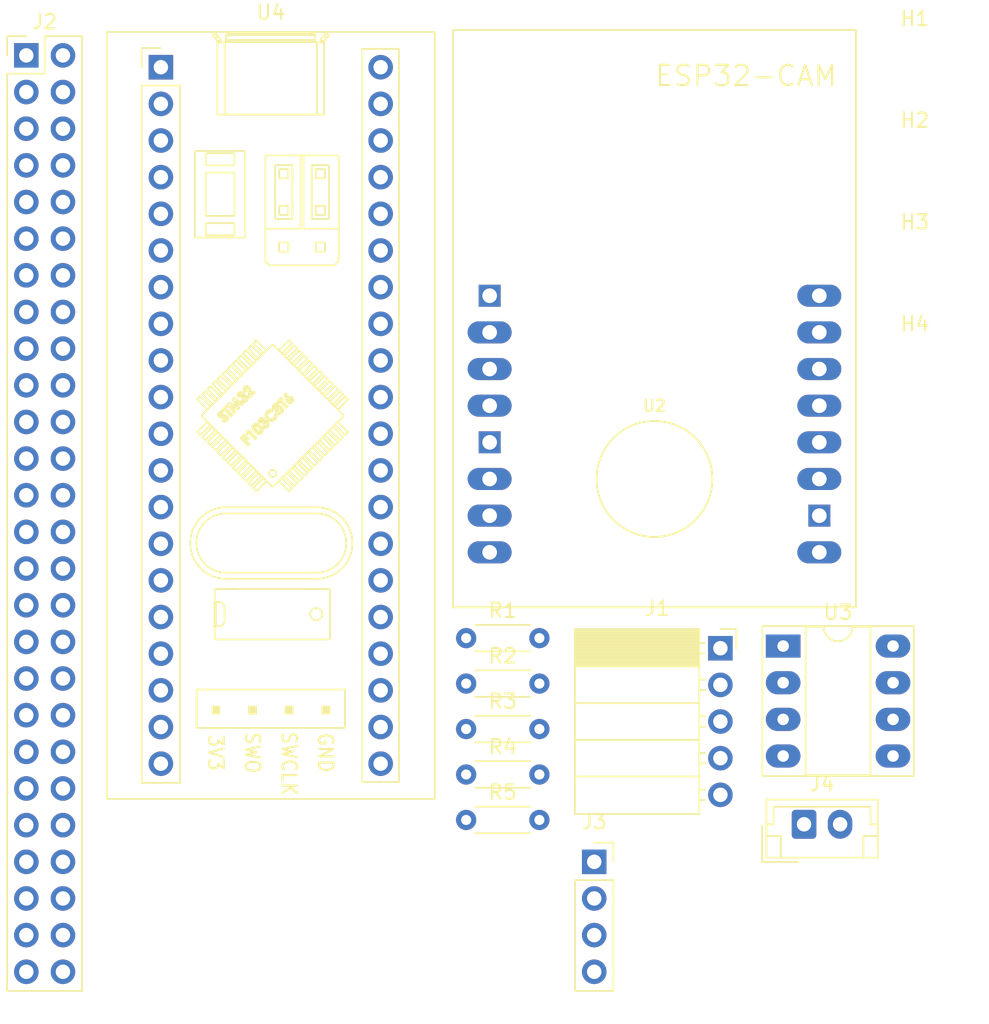
<source format=kicad_pcb>
(kicad_pcb (version 20240108) (generator "pcbnew") (generator_version "8.0")
  (layers (0 "F.Cu" signal) (31 "B.Cu" signal) (34 "B.Paste" user) (35 "F.Paste" user) (36 "B.SilkS" user "B.Silkscreen") (37 "F.SilkS" user "F.Silkscreen") (38 "B.Mask" user) (39 "F.Mask" user) (44 "Edge.Cuts" user))
  (net 0 "")
  (net 1 "Dec")
  (net 2 "+3.3V")
  (net 3 "GND")
  (net 4 "ANT")
  (net 7 "SDA_1")
  (net 18 "+5V")
  (net 38 "COM_GND")
  (net 53 "SCL_1")
  (net 56 "TX3")
  (net 57 "RX1")
  (net 58 "TX1")
  (net 59 "Net-(U3--)")
  (net 60 "Net-(U3-+)")
  (net 61 "RX3")
  (net 71 "RX_2")
  (net 74 "TX_2")
  (net 79 "TX_1")
  (net 92 "TX_3")
  (net 106 "RX_3")
  (net 109 "RX_1")
  (footprint "Resistor_THT:R_Axial_DIN0204_L3.6mm_D1.6mm_P5.08mm_Horizontal" (layer "F.Cu") (at 154.57 118.05)
    (property "Reference" "R4" (at 2.54 -1.92 0) (layer "F.SilkS"))
    (property "Value" "10K")
    (pad "1" thru_hole circle (at 0 0) (size 1.4 1.4) (drill 0.7) (layers "*.Cu" "*.Mask") (net 3 "GND"))
    (pad "2" thru_hole oval (at 5.08 0) (size 1.4 1.4) (drill 0.7) (layers "*.Cu" "*.Mask") (net 60 "Net-(U3-+)"))
  )
  (footprint "Resistor_THT:R_Axial_DIN0204_L3.6mm_D1.6mm_P5.08mm_Horizontal" (layer "F.Cu") (at 154.57 121.2)
    (property "Reference" "R5" (at 2.54 -1.92 0) (layer "F.SilkS"))
    (property "Value" "100k")
    (pad "1" thru_hole circle (at 0 0) (size 1.4 1.4) (drill 0.7) (layers "*.Cu" "*.Mask") (net 60 "Net-(U3-+)"))
    (pad "2" thru_hole oval (at 5.08 0) (size 1.4 1.4) (drill 0.7) (layers "*.Cu" "*.Mask") (net 61 "RX3"))
  )
  (footprint "Footprints:YAAJ_BluePill_1" (layer "F.Cu") (at 133.4 69.04)
    (property "Reference" "U4" (at 7.62 -3.81 0) (layer "F.SilkS"))
    (property "Value" "YAAJ_BluePill" (hide yes))
    (fp_text user "GND" (at 11.43 47.498 -90) (layer "F.SilkS") (effects (font (size 1 0.9))))
    (fp_text user "SWO" (at 6.35 47.498 -90) (layer "F.SilkS") (effects (font (size 1 0.9))))
    (fp_text user "SWCLK" (at 8.89 48.26 -90) (layer "F.SilkS") (effects (font (size 1 0.9))))
    (fp_text user "3V3" (at 3.81 47.498 -90) (layer "F.SilkS") (effects (font (size 1 0.9))))
    (pad "1" thru_hole rect (at 0 0) (size 1.7 1.7) (drill 1) (layers "*.Cu" "*.Mask"))
    (pad "2" thru_hole circle (at 0 2.54) (size 1.7 1.7) (drill 1) (layers "*.Cu" "*.Mask"))
    (pad "3" thru_hole circle (at 0 5.08) (size 1.7 1.7) (drill 1) (layers "*.Cu" "*.Mask"))
    (pad "4" thru_hole circle (at 0 7.62) (size 1.7 1.7) (drill 1) (layers "*.Cu" "*.Mask"))
    (pad "5" thru_hole circle (at 0 10.16) (size 1.7 1.7) (drill 1) (layers "*.Cu" "*.Mask"))
    (pad "6" thru_hole circle (at 0 12.7) (size 1.7 1.7) (drill 1) (layers "*.Cu" "*.Mask") (net 79 "TX_1"))
    (pad "7" thru_hole circle (at 0 15.24) (size 1.7 1.7) (drill 1) (layers "*.Cu" "*.Mask") (net 109 "RX_1"))
    (pad "8" thru_hole circle (at 0 17.78) (size 1.7 1.7) (drill 1) (layers "*.Cu" "*.Mask"))
    (pad "9" thru_hole circle (at 0 20.32) (size 1.7 1.7) (drill 1) (layers "*.Cu" "*.Mask"))
    (pad "10" thru_hole circle (at 0 22.86) (size 1.7 1.7) (drill 1) (layers "*.Cu" "*.Mask"))
    (pad "11" thru_hole circle (at 0 25.4) (size 1.7 1.7) (drill 1) (layers "*.Cu" "*.Mask"))
    (pad "12" thru_hole circle (at 0 27.94) (size 1.7 1.7) (drill 1) (layers "*.Cu" "*.Mask"))
    (pad "13" thru_hole circle (at 0 30.48) (size 1.7 1.7) (drill 1) (layers "*.Cu" "*.Mask"))
    (pad "14" thru_hole circle (at 0 33.02) (size 1.7 1.7) (drill 1) (layers "*.Cu" "*.Mask"))
    (pad "15" thru_hole circle (at 0 35.56) (size 1.7 1.7) (drill 1) (layers "*.Cu" "*.Mask"))
    (pad "16" thru_hole circle (at 0 38.1) (size 1.7 1.7) (drill 1) (layers "*.Cu" "*.Mask") (net 7 "SDA_1"))
    (pad "17" thru_hole circle (at 0 40.64) (size 1.7 1.7) (drill 1) (layers "*.Cu" "*.Mask") (net 53 "SCL_1"))
    (pad "18" thru_hole circle (at 0 43.18) (size 1.7 1.7) (drill 1) (layers "*.Cu" "*.Mask"))
    (pad "19" thru_hole circle (at 0 45.72) (size 1.7 1.7) (drill 1) (layers "*.Cu" "*.Mask"))
    (pad "20" thru_hole circle (at 0 48.26) (size 1.7 1.7) (drill 1) (layers "*.Cu" "*.Mask"))
    (pad "21" thru_hole circle (at 15.24 48.26) (size 1.7 1.7) (drill 1) (layers "*.Cu" "*.Mask"))
    (pad "22" thru_hole circle (at 15.24 45.72) (size 1.7 1.7) (drill 1) (layers "*.Cu" "*.Mask"))
    (pad "23" thru_hole circle (at 15.24 43.18) (size 1.7 1.7) (drill 1) (layers "*.Cu" "*.Mask"))
    (pad "24" thru_hole circle (at 15.24 40.64) (size 1.7 1.7) (drill 1) (layers "*.Cu" "*.Mask"))
    (pad "25" thru_hole circle (at 15.24 38.1) (size 1.7 1.7) (drill 1) (layers "*.Cu" "*.Mask"))
    (pad "26" thru_hole circle (at 15.24 35.56) (size 1.7 1.7) (drill 1) (layers "*.Cu" "*.Mask"))
    (pad "27" thru_hole circle (at 15.24 33.02) (size 1.7 1.7) (drill 1) (layers "*.Cu" "*.Mask") (net 71 "RX_2"))
    (pad "28" thru_hole circle (at 15.24 30.48) (size 1.7 1.7) (drill 1) (layers "*.Cu" "*.Mask") (net 74 "TX_2"))
    (pad "29" thru_hole circle (at 15.24 27.94) (size 1.7 1.7) (drill 1) (layers "*.Cu" "*.Mask"))
    (pad "30" thru_hole circle (at 15.24 25.4) (size 1.7 1.7) (drill 1) (layers "*.Cu" "*.Mask"))
    (pad "31" thru_hole circle (at 15.24 22.86) (size 1.7 1.7) (drill 1) (layers "*.Cu" "*.Mask"))
    (pad "32" thru_hole circle (at 15.24 20.32) (size 1.7 1.7) (drill 1) (layers "*.Cu" "*.Mask"))
    (pad "33" thru_hole circle (at 15.24 17.78) (size 1.7 1.7) (drill 1) (layers "*.Cu" "*.Mask"))
    (pad "34" thru_hole circle (at 15.24 15.24) (size 1.7 1.7) (drill 1) (layers "*.Cu" "*.Mask"))
    (pad "35" thru_hole circle (at 15.24 12.7) (size 1.7 1.7) (drill 1) (layers "*.Cu" "*.Mask") (net 92 "TX_3"))
    (pad "36" thru_hole circle (at 15.24 10.16) (size 1.7 1.7) (drill 1) (layers "*.Cu" "*.Mask") (net 106 "RX_3"))
    (pad "37" thru_hole circle (at 15.24 7.62) (size 1.7 1.7) (drill 1) (layers "*.Cu" "*.Mask"))
    (pad "38" thru_hole circle (at 15.24 5.08) (size 1.7 1.7) (drill 1) (layers "*.Cu" "*.Mask") (net 2 "+3.3V"))
    (pad "39" thru_hole circle (at 15.24 2.54) (size 1.7 1.7) (drill 1) (layers "*.Cu" "*.Mask"))
    (pad "40" thru_hole circle (at 15.24 0) (size 1.7 1.7) (drill 1) (layers "*.Cu" "*.Mask") (net 3 "GND"))
  )
  (footprint "Resistor_THT:R_Axial_DIN0204_L3.6mm_D1.6mm_P5.08mm_Horizontal" (layer "F.Cu") (at 154.57 114.9)
    (property "Reference" "R3" (at 2.54 -1.92 0) (layer "F.SilkS"))
    (property "Value" "10K")
    (pad "1" thru_hole circle (at 0 0) (size 1.4 1.4) (drill 0.7) (layers "*.Cu" "*.Mask") (net 1 "Dec"))
    (pad "2" thru_hole oval (at 5.08 0) (size 1.4 1.4) (drill 0.7) (layers "*.Cu" "*.Mask") (net 59 "Net-(U3--)"))
  )
  (footprint "Resistor_THT:R_Axial_DIN0204_L3.6mm_D1.6mm_P5.08mm_Horizontal" (layer "F.Cu") (at 154.57 108.6)
    (property "Reference" "R1" (at 2.54 -1.92 0) (layer "F.SilkS"))
    (property "Value" "10K")
    (pad "1" thru_hole circle (at 0 0) (size 1.4 1.4) (drill 0.7) (layers "*.Cu" "*.Mask") (net 2 "+3.3V"))
    (pad "2" thru_hole oval (at 5.08 0) (size 1.4 1.4) (drill 0.7) (layers "*.Cu" "*.Mask") (net 53 "SCL_1"))
  )
  (footprint "Package_DIP:DIP-8_W7.62mm_Socket_LongPads" (layer "F.Cu") (at 176.55 109.15)
    (property "Reference" "U3" (at 3.81 -2.33 0) (layer "F.SilkS"))
    (property "Value" "LM741")
    (pad "1" thru_hole rect (at 0 0) (size 2.4 1.6) (drill 0.8) (layers "*.Cu" "*.Mask"))
    (pad "2" thru_hole oval (at 0 2.54) (size 2.4 1.6) (drill 0.8) (layers "*.Cu" "*.Mask") (net 59 "Net-(U3--)"))
    (pad "3" thru_hole oval (at 0 5.08) (size 2.4 1.6) (drill 0.8) (layers "*.Cu" "*.Mask") (net 60 "Net-(U3-+)"))
    (pad "4" thru_hole oval (at 0 7.62) (size 2.4 1.6) (drill 0.8) (layers "*.Cu" "*.Mask") (net 3 "GND"))
    (pad "5" thru_hole oval (at 7.62 7.62) (size 2.4 1.6) (drill 0.8) (layers "*.Cu" "*.Mask"))
    (pad "6" thru_hole oval (at 7.62 5.08) (size 2.4 1.6) (drill 0.8) (layers "*.Cu" "*.Mask") (net 61 "RX3"))
    (pad "7" thru_hole oval (at 7.62 2.54) (size 2.4 1.6) (drill 0.8) (layers "*.Cu" "*.Mask") (net 2 "+3.3V"))
    (pad "8" thru_hole oval (at 7.62 0) (size 2.4 1.6) (drill 0.8) (layers "*.Cu" "*.Mask"))
  )
  (footprint "Connector_JST:JST_EH_B2B-EH-A_1x02_P2.50mm_Vertical" (layer "F.Cu") (at 178 121.5)
    (property "Reference" "J4" (at 1.25 -2.8 0) (layer "F.SilkS"))
    (property "Value" "UART_DEBUG")
    (pad "1" thru_hole roundrect (at 0 0) (size 1.7 2) (drill 1) (layers "*.Cu" "*.Mask") (roundrect_rratio 0.147059) (net 58 "TX1"))
    (pad "2" thru_hole oval (at 2.5 0) (size 1.7 2) (drill 1) (layers "*.Cu" "*.Mask") (net 57 "RX1"))
  )
  (footprint "Connector_PinSocket_2.54mm:PinSocket_1x04_P2.54mm_Vertical" (layer "F.Cu") (at 163.45 124.1)
    (property "Reference" "J3" (at 0 -2.77 0) (layer "F.SilkS"))
    (property "Value" "Conn_01x04_Socket")
    (pad "1" thru_hole rect (at 0 0) (size 1.7 1.7) (drill 1) (layers "*.Cu" "*.Mask") (net 2 "+3.3V"))
    (pad "2" thru_hole oval (at 0 2.54) (size 1.7 1.7) (drill 1) (layers "*.Cu" "*.Mask") (net 56 "TX3"))
    (pad "3" thru_hole oval (at 0 5.08) (size 1.7 1.7) (drill 1) (layers "*.Cu" "*.Mask") (net 3 "GND"))
    (pad "4" thru_hole oval (at 0 7.62) (size 1.7 1.7) (drill 1) (layers "*.Cu" "*.Mask") (net 4 "ANT"))
  )
  (footprint "Resistor_THT:R_Axial_DIN0204_L3.6mm_D1.6mm_P5.08mm_Horizontal" (layer "F.Cu") (at 154.57 111.75)
    (property "Reference" "R2" (at 2.54 -1.92 0) (layer "F.SilkS"))
    (property "Value" "10K")
    (pad "1" thru_hole circle (at 0 0) (size 1.4 1.4) (drill 0.7) (layers "*.Cu" "*.Mask") (net 2 "+3.3V"))
    (pad "2" thru_hole oval (at 5.08 0) (size 1.4 1.4) (drill 0.7) (layers "*.Cu" "*.Mask") (net 7 "SDA_1"))
  )
  (footprint "Library:ESP32-CAM" (layer "F.Cu") (at 167.6285 92.4935)
    (property "Reference" "U2" (at 0 0 0) (layer "F.SilkS") (effects (font (size 0.787402 0.787402))))
    (property "Value" "ESP32-CAM")
    (fp_text user "ESP32-CAM" (at 6.35 -22.86 0) (layer "F.SilkS") (effects (font (size 1.4 1.4))))
    (pad "P$1" thru_hole rect (at -11.43 -7.62) (size 1.524 1.524) (drill 1.016) (layers "*.Cu" "*.Mask") (net 3 "GND"))
    (pad "P$2" thru_hole oval (at -11.43 -5.08) (size 3.048 1.524) (drill 1.016) (layers "*.Cu" "*.Mask") (net 74 "TX_2"))
    (pad "P$3" thru_hole oval (at -11.43 -2.54) (size 3.048 1.524) (drill 1.016) (layers "*.Cu" "*.Mask") (net 71 "RX_2"))
    (pad "P$4" thru_hole oval (at -11.43 0) (size 3.048 1.524) (drill 1.016) (layers "*.Cu" "*.Mask") (net 2 "+3.3V"))
    (pad "P$5" thru_hole rect (at -11.43 2.54) (size 1.524 1.524) (drill 1.016) (layers "*.Cu" "*.Mask"))
    (pad "P$6" thru_hole oval (at -11.43 5.08) (size 3.048 1.524) (drill 1.016) (layers "*.Cu" "*.Mask"))
    (pad "P$7" thru_hole oval (at -11.43 7.62) (size 3.048 1.524) (drill 1.016) (layers "*.Cu" "*.Mask"))
    (pad "P$8" thru_hole oval (at -11.43 10.16) (size 3.048 1.524) (drill 1.016) (layers "*.Cu" "*.Mask"))
    (pad "P$9" thru_hole oval (at 11.43 10.16) (size 3.048 1.524) (drill 1.016) (layers "*.Cu" "*.Mask"))
    (pad "P$10" thru_hole rect (at 11.43 7.62) (size 1.524 1.524) (drill 1.016) (layers "*.Cu" "*.Mask"))
    (pad "P$11" thru_hole oval (at 11.43 5.08) (size 3.048 1.524) (drill 1.016) (layers "*.Cu" "*.Mask"))
    (pad "P$12" thru_hole oval (at 11.43 2.54) (size 3.048 1.524) (drill 1.016) (layers "*.Cu" "*.Mask"))
    (pad "P$13" thru_hole oval (at 11.43 0) (size 3.048 1.524) (drill 1.016) (layers "*.Cu" "*.Mask"))
    (pad "P$14" thru_hole oval (at 11.43 -2.54) (size 3.048 1.524) (drill 1.016) (layers "*.Cu" "*.Mask"))
    (pad "P$15" thru_hole oval (at 11.43 -5.08) (size 3.048 1.524) (drill 1.016) (layers "*.Cu" "*.Mask"))
    (pad "P$16" thru_hole oval (at 11.43 -7.62) (size 3.048 1.524) (drill 1.016) (layers "*.Cu" "*.Mask"))
  )
  (footprint "Connector_PinHeader_2.54mm:PinHeader_2x26_P2.54mm_Vertical" (layer "F.Cu") (at 124.07 68.22)
    (property "Reference" "J2" (at 1.27 -2.33 0) (layer "F.SilkS"))
    (property "Value" "GPIO")
    (pad "1" thru_hole rect (at 0 0) (size 1.7 1.7) (drill 1) (layers "*.Cu" "*.Mask") (net 53 "SCL_1"))
    (pad "2" thru_hole oval (at 2.54 0) (size 1.7 1.7) (drill 1) (layers "*.Cu" "*.Mask") (net 7 "SDA_1"))
    (pad "3" thru_hole oval (at 0 2.54) (size 1.7 1.7) (drill 1) (layers "*.Cu" "*.Mask"))
    (pad "4" thru_hole oval (at 2.54 2.54) (size 1.7 1.7) (drill 1) (layers "*.Cu" "*.Mask"))
    (pad "5" thru_hole oval (at 0 5.08) (size 1.7 1.7) (drill 1) (layers "*.Cu" "*.Mask"))
    (pad "6" thru_hole oval (at 2.54 5.08) (size 1.7 1.7) (drill 1) (layers "*.Cu" "*.Mask"))
    (pad "7" thru_hole oval (at 0 7.62) (size 1.7 1.7) (drill 1) (layers "*.Cu" "*.Mask"))
    (pad "8" thru_hole oval (at 2.54 7.62) (size 1.7 1.7) (drill 1) (layers "*.Cu" "*.Mask"))
    (pad "9" thru_hole oval (at 0 10.16) (size 1.7 1.7) (drill 1) (layers "*.Cu" "*.Mask"))
    (pad "10" thru_hole oval (at 2.54 10.16) (size 1.7 1.7) (drill 1) (layers "*.Cu" "*.Mask"))
    (pad "11" thru_hole oval (at 0 12.7) (size 1.7 1.7) (drill 1) (layers "*.Cu" "*.Mask"))
    (pad "12" thru_hole oval (at 2.54 12.7) (size 1.7 1.7) (drill 1) (layers "*.Cu" "*.Mask"))
    (pad "13" thru_hole oval (at 0 15.24) (size 1.7 1.7) (drill 1) (layers "*.Cu" "*.Mask"))
    (pad "14" thru_hole oval (at 2.54 15.24) (size 1.7 1.7) (drill 1) (layers "*.Cu" "*.Mask"))
    (pad "15" thru_hole oval (at 0 17.78) (size 1.7 1.7) (drill 1) (layers "*.Cu" "*.Mask"))
    (pad "16" thru_hole oval (at 2.54 17.78) (size 1.7 1.7) (drill 1) (layers "*.Cu" "*.Mask"))
    (pad "17" thru_hole oval (at 0 20.32) (size 1.7 1.7) (drill 1) (layers "*.Cu" "*.Mask"))
    (pad "18" thru_hole oval (at 2.54 20.32) (size 1.7 1.7) (drill 1) (layers "*.Cu" "*.Mask") (net 2 "+3.3V"))
    (pad "19" thru_hole oval (at 0 22.86) (size 1.7 1.7) (drill 1) (layers "*.Cu" "*.Mask") (net 18 "+5V"))
    (pad "20" thru_hole oval (at 2.54 22.86) (size 1.7 1.7) (drill 1) (layers "*.Cu" "*.Mask") (net 38 "COM_GND"))
    (pad "21" thru_hole oval (at 0 25.4) (size 1.7 1.7) (drill 1) (layers "*.Cu" "*.Mask"))
    (pad "22" thru_hole oval (at 2.54 25.4) (size 1.7 1.7) (drill 1) (layers "*.Cu" "*.Mask"))
    (pad "23" thru_hole oval (at 0 27.94) (size 1.7 1.7) (drill 1) (layers "*.Cu" "*.Mask"))
    (pad "24" thru_hole oval (at 2.54 27.94) (size 1.7 1.7) (drill 1) (layers "*.Cu" "*.Mask"))
    (pad "25" thru_hole oval (at 0 30.48) (size 1.7 1.7) (drill 1) (layers "*.Cu" "*.Mask"))
    (pad "26" thru_hole oval (at 2.54 30.48) (size 1.7 1.7) (drill 1) (layers "*.Cu" "*.Mask"))
    (pad "27" thru_hole oval (at 0 33.02) (size 1.7 1.7) (drill 1) (layers "*.Cu" "*.Mask"))
    (pad "28" thru_hole oval (at 2.54 33.02) (size 1.7 1.7) (drill 1) (layers "*.Cu" "*.Mask"))
    (pad "29" thru_hole oval (at 0 35.56) (size 1.7 1.7) (drill 1) (layers "*.Cu" "*.Mask"))
    (pad "30" thru_hole oval (at 2.54 35.56) (size 1.7 1.7) (drill 1) (layers "*.Cu" "*.Mask"))
    (pad "31" thru_hole oval (at 0 38.1) (size 1.7 1.7) (drill 1) (layers "*.Cu" "*.Mask"))
    (pad "32" thru_hole oval (at 2.54 38.1) (size 1.7 1.7) (drill 1) (layers "*.Cu" "*.Mask"))
    (pad "33" thru_hole oval (at 0 40.64) (size 1.7 1.7) (drill 1) (layers "*.Cu" "*.Mask"))
    (pad "34" thru_hole oval (at 2.54 40.64) (size 1.7 1.7) (drill 1) (layers "*.Cu" "*.Mask"))
    (pad "35" thru_hole oval (at 0 43.18) (size 1.7 1.7) (drill 1) (layers "*.Cu" "*.Mask"))
    (pad "36" thru_hole oval (at 2.54 43.18) (size 1.7 1.7) (drill 1) (layers "*.Cu" "*.Mask"))
    (pad "37" thru_hole oval (at 0 45.72) (size 1.7 1.7) (drill 1) (layers "*.Cu" "*.Mask"))
    (pad "38" thru_hole oval (at 2.54 45.72) (size 1.7 1.7) (drill 1) (layers "*.Cu" "*.Mask"))
    (pad "39" thru_hole oval (at 0 48.26) (size 1.7 1.7) (drill 1) (layers "*.Cu" "*.Mask"))
    (pad "40" thru_hole oval (at 2.54 48.26) (size 1.7 1.7) (drill 1) (layers "*.Cu" "*.Mask"))
    (pad "41" thru_hole oval (at 0 50.8) (size 1.7 1.7) (drill 1) (layers "*.Cu" "*.Mask"))
    (pad "42" thru_hole oval (at 2.54 50.8) (size 1.7 1.7) (drill 1) (layers "*.Cu" "*.Mask"))
    (pad "43" thru_hole oval (at 0 53.34) (size 1.7 1.7) (drill 1) (layers "*.Cu" "*.Mask"))
    (pad "44" thru_hole oval (at 2.54 53.34) (size 1.7 1.7) (drill 1) (layers "*.Cu" "*.Mask"))
    (pad "45" thru_hole oval (at 0 55.88) (size 1.7 1.7) (drill 1) (layers "*.Cu" "*.Mask"))
    (pad "46" thru_hole oval (at 2.54 55.88) (size 1.7 1.7) (drill 1) (layers "*.Cu" "*.Mask"))
    (pad "47" thru_hole oval (at 0 58.42) (size 1.7 1.7) (drill 1) (layers "*.Cu" "*.Mask"))
    (pad "48" thru_hole oval (at 2.54 58.42) (size 1.7 1.7) (drill 1) (layers "*.Cu" "*.Mask"))
    (pad "49" thru_hole oval (at 0 60.96) (size 1.7 1.7) (drill 1) (layers "*.Cu" "*.Mask"))
    (pad "50" thru_hole oval (at 2.54 60.96) (size 1.7 1.7) (drill 1) (layers "*.Cu" "*.Mask"))
    (pad "51" thru_hole oval (at 0 63.5) (size 1.7 1.7) (drill 1) (layers "*.Cu" "*.Mask"))
    (pad "52" thru_hole oval (at 2.54 63.5) (size 1.7 1.7) (drill 1) (layers "*.Cu" "*.Mask"))
  )
  (footprint "Connector_PinSocket_2.54mm:PinSocket_1x05_P2.54mm_Horizontal" (layer "F.Cu") (at 172.2 109.3)
    (property "Reference" "J1" (at -4.38 -2.77 0) (layer "F.SilkS"))
    (property "Value" "Conn_01x05_Socket")
    (pad "1" thru_hole rect (at 0 0) (size 1.7 1.7) (drill 1) (layers "*.Cu" "*.Mask") (net 4 "ANT"))
    (pad "2" thru_hole oval (at 0 2.54) (size 1.7 1.7) (drill 1) (layers "*.Cu" "*.Mask") (net 3 "GND"))
    (pad "3" thru_hole oval (at 0 5.08) (size 1.7 1.7) (drill 1) (layers "*.Cu" "*.Mask") (net 3 "GND"))
    (pad "4" thru_hole oval (at 0 7.62) (size 1.7 1.7) (drill 1) (layers "*.Cu" "*.Mask") (net 1 "Dec"))
    (pad "5" thru_hole oval (at 0 10.16) (size 1.7 1.7) (drill 1) (layers "*.Cu" "*.Mask") (net 2 "+3.3V"))
  )
  (footprint "MountingHole:MountingHole_3.2mm_M3_ISO14580" (layer "F.Cu") (at 185.68 83.52)
    (property "Reference" "H3" (at 0 -3.75 0) (layer "F.SilkS"))
    (property "Value" "MountingHole")
    (pad "" np_thru_hole circle (at 0 0) (size 3.2 3.2) (drill 3.2) (layers "*.Cu" "*.Mask"))
  )
  (footprint "MountingHole:MountingHole_3.2mm_M3_ISO14580" (layer "F.Cu") (at 185.68 69.42)
    (property "Reference" "H1" (at 0 -3.75 0) (layer "F.SilkS"))
    (property "Value" "MountingHole")
    (pad "" np_thru_hole circle (at 0 0) (size 3.2 3.2) (drill 3.2) (layers "*.Cu" "*.Mask"))
  )
  (footprint "MountingHole:MountingHole_3.2mm_M3_ISO14580" (layer "F.Cu") (at 185.68 90.57)
    (property "Reference" "H4" (at 0 -3.75 0) (layer "F.SilkS"))
    (property "Value" "MountingHole")
    (pad "" np_thru_hole circle (at 0 0) (size 3.2 3.2) (drill 3.2) (layers "*.Cu" "*.Mask"))
  )
  (footprint "MountingHole:MountingHole_3.2mm_M3_ISO14580" (layer "F.Cu") (at 185.68 76.47)
    (property "Reference" "H2" (at 0 -3.75 0) (layer "F.SilkS"))
    (property "Value" "MountingHole")
    (pad "" np_thru_hole circle (at 0 0) (size 3.2 3.2) (drill 3.2) (layers "*.Cu" "*.Mask"))
  )
)
</source>
